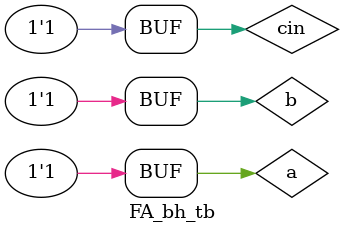
<source format=v>
`timescale 1ns / 1ps


module FA_bh_tb;
reg a,b,cin;
wire s,c;

FA_bh FA_bh_1(s,c,a,b,cin);
initial			// only once , cannot be synthesized;
begin
$monitor("time = %d \t a =%b \t b =%b \t cin%b \t s=%b \t c=%b", $time,a,b,cin,s,c);
a = 0;
b = 0;
cin = 0;
#10 a = 0;
#10 b = 1;
#10 cin = 1;
#10 a = 1;
#10 b = 1;
#10 cin = 1;

end

endmodule
</source>
